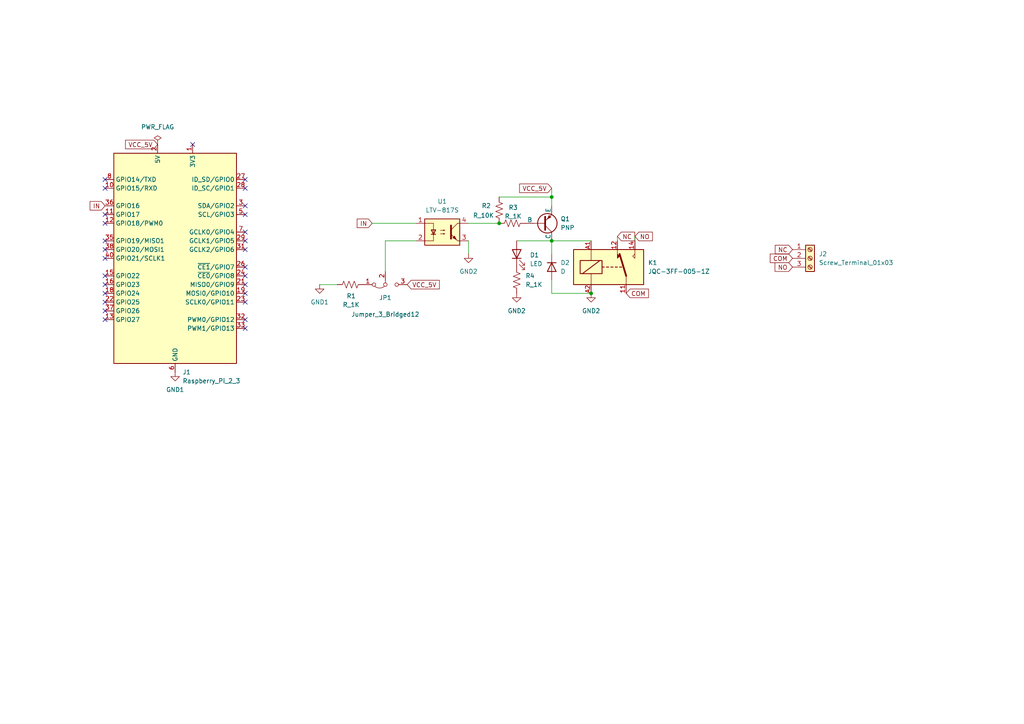
<source format=kicad_sch>
(kicad_sch (version 20250114) (generator "eeschema") (generator_version "9.0")
  (paper "A4")
  (lib_symbols
    (symbol "Connector:Raspberry_Pi_2_3"
      (property "Reference" "J" (at -17.78 31.75 0))
      (property "Value" "Raspberry_Pi_2_3" (at 10.16 -31.75 0))
      (symbol "Raspberry_Pi_2_3_0_1"
        (rectangle (start -17.78 30.48) (end 17.78 -30.48) (stroke (width 0.254)) (fill (type background)))
      )
      (symbol "Raspberry_Pi_2_3_1_1"
        (pin bidirectional line (at -20.32 22.86 0) (length 2.54) (name "GPIO14/TXD") (number "8"))
        (pin bidirectional line (at -20.32 20.32 0) (length 2.54) (name "GPIO15/RXD") (number "10"))
        (pin bidirectional line (at -20.32 15.24 0) (length 2.54) (name "GPIO16") (number "36"))
        (pin bidirectional line (at -20.32 12.7 0) (length 2.54) (name "GPIO17") (number "11"))
        (pin bidirectional line (at -20.32 10.16 0) (length 2.54) (name "GPIO18/PWM0") (number "12"))
        (pin bidirectional line (at -20.32 5.08 0) (length 2.54) (name "GPIO19/MISO1") (number "35"))
        (pin bidirectional line (at -20.32 2.54 0) (length 2.54) (name "GPIO20/MOSI1") (number "38"))
        (pin bidirectional line (at -20.32 0 0) (length 2.54) (name "GPIO21/SCLK1") (number "40"))
        (pin bidirectional line (at -20.32 -5.08 0) (length 2.54) (name "GPIO22") (number "15"))
        (pin bidirectional line (at -20.32 -7.62 0) (length 2.54) (name "GPIO23") (number "16"))
        (pin bidirectional line (at -20.32 -10.16 0) (length 2.54) (name "GPIO24") (number "18"))
        (pin bidirectional line (at -20.32 -12.7 0) (length 2.54) (name "GPIO25") (number "22"))
        (pin bidirectional line (at -20.32 -15.24 0) (length 2.54) (name "GPIO26") (number "37"))
        (pin bidirectional line (at -20.32 -17.78 0) (length 2.54) (name "GPIO27") (number "13"))
        (pin power_in line (at -5.08 33.02 270) (length 2.54) (name "5V") (number "2"))
        (pin passive line (at -5.08 33.02 270) (length 2.54) (hide yes) (name "5V") (number "4"))
        (pin passive line (at 0 -33.02 90) (length 2.54) (hide yes) (name "GND") (number "14"))
        (pin passive line (at 0 -33.02 90) (length 2.54) (hide yes) (name "GND") (number "20"))
        (pin passive line (at 0 -33.02 90) (length 2.54) (hide yes) (name "GND") (number "25"))
        (pin passive line (at 0 -33.02 90) (length 2.54) (hide yes) (name "GND") (number "30"))
        (pin passive line (at 0 -33.02 90) (length 2.54) (hide yes) (name "GND") (number "34"))
        (pin passive line (at 0 -33.02 90) (length 2.54) (hide yes) (name "GND") (number "39"))
        (pin power_in line (at 0 -33.02 90) (length 2.54) (name "GND") (number "6"))
        (pin passive line (at 0 -33.02 90) (length 2.54) (hide yes) (name "GND") (number "9"))
        (pin power_in line (at 5.08 33.02 270) (length 2.54) (name "3V3") (number "1"))
        (pin passive line (at 5.08 33.02 270) (length 2.54) (hide yes) (name "3V3") (number "17"))
        (pin bidirectional line (at 20.32 22.86 180) (length 2.54) (name "ID_SD/GPIO0") (number "27"))
        (pin bidirectional line (at 20.32 20.32 180) (length 2.54) (name "ID_SC/GPIO1") (number "28"))
        (pin bidirectional line (at 20.32 15.24 180) (length 2.54) (name "SDA/GPIO2") (number "3"))
        (pin bidirectional line (at 20.32 12.7 180) (length 2.54) (name "SCL/GPIO3") (number "5"))
        (pin bidirectional line (at 20.32 7.62 180) (length 2.54) (name "GCLK0/GPIO4") (number "7"))
        (pin bidirectional line (at 20.32 5.08 180) (length 2.54) (name "GCLK1/GPIO5") (number "29"))
        (pin bidirectional line (at 20.32 2.54 180) (length 2.54) (name "GCLK2/GPIO6") (number "31"))
        (pin bidirectional line (at 20.32 -2.54 180) (length 2.54) (name "~{CE1}/GPIO7") (number "26"))
        (pin bidirectional line (at 20.32 -5.08 180) (length 2.54) (name "~{CE0}/GPIO8") (number "24"))
        (pin bidirectional line (at 20.32 -7.62 180) (length 2.54) (name "MISO0/GPIO9") (number "21"))
        (pin bidirectional line (at 20.32 -10.16 180) (length 2.54) (name "MOSI0/GPIO10") (number "19"))
        (pin bidirectional line (at 20.32 -12.7 180) (length 2.54) (name "SCLK0/GPIO11") (number "23"))
        (pin bidirectional line (at 20.32 -17.78 180) (length 2.54) (name "PWM0/GPIO12") (number "32"))
        (pin bidirectional line (at 20.32 -20.32 180) (length 2.54) (name "PWM1/GPIO13") (number "33"))
      )
    )
    (symbol "Connector:Screw_Terminal_01x03" (pin_names (offset 1.016) (hide yes))
      (property "Reference" "J" (at 0 5.08 0))
      (property "Value" "Screw_Terminal_01x03" (at 0 -5.08 0))
      (symbol "Screw_Terminal_01x03_1_1"
        (rectangle (start -1.27 3.81) (end 1.27 -3.81) (stroke (width 0.254)) (fill (type background)))
        (polyline (pts (xy -0.5334 2.8702) (xy 0.3302 2.032)) (stroke (width 0.1524)))
        (polyline (pts (xy -0.5334 0.3302) (xy 0.3302 -0.508)) (stroke (width 0.1524)))
        (polyline (pts (xy -0.5334 -2.2098) (xy 0.3302 -3.048)) (stroke (width 0.1524)))
        (polyline (pts (xy -0.3556 3.048) (xy 0.508 2.2098)) (stroke (width 0.1524)))
        (polyline (pts (xy -0.3556 0.508) (xy 0.508 -0.3302)) (stroke (width 0.1524)))
        (polyline (pts (xy -0.3556 -2.032) (xy 0.508 -2.8702)) (stroke (width 0.1524)))
        (circle (center 0 2.54) (radius 0.635) (stroke (width 0.1524)))
        (circle (center 0 0) (radius 0.635) (stroke (width 0.1524)))
        (circle (center 0 -2.54) (radius 0.635) (stroke (width 0.1524)))
        (pin passive line (at -5.08 2.54 0) (length 3.81) (name "Pin_1") (number "1"))
        (pin passive line (at -5.08 0 0) (length 3.81) (name "Pin_2") (number "2"))
        (pin passive line (at -5.08 -2.54 0) (length 3.81) (name "Pin_3") (number "3"))
      )
    )
    (symbol "Device:D" (pin_numbers (hide yes)) (pin_names (offset 1.016) (hide yes))
      (property "Reference" "D" (at 0 2.54 0))
      (property "Value" "D" (at 0 -2.54 0))
      (symbol "D_0_1"
        (polyline (pts (xy -1.27 1.27) (xy -1.27 -1.27)) (stroke (width 0.254)))
        (polyline (pts (xy 1.27 1.27) (xy 1.27 -1.27) (xy -1.27 0) (xy 1.27 1.27)) (stroke (width 0.254)))
        (polyline (pts (xy 1.27 0) (xy -1.27 0)))
      )
      (symbol "D_1_1"
        (pin passive line (at -3.81 0 0) (length 2.54) (name "K") (number "1"))
        (pin passive line (at 3.81 0 180) (length 2.54) (name "A") (number "2"))
      )
    )
    (symbol "Device:LED" (pin_numbers (hide yes)) (pin_names (offset 1.016) (hide yes))
      (property "Reference" "D" (at 0 2.54 0))
      (property "Value" "LED" (at 0 -2.54 0))
      (symbol "LED_0_1"
        (polyline (pts (xy -3.048 -0.762) (xy -4.572 -2.286) (xy -3.81 -2.286) (xy -4.572 -2.286) (xy -4.572 -1.524)))
        (polyline (pts (xy -1.778 -0.762) (xy -3.302 -2.286) (xy -2.54 -2.286) (xy -3.302 -2.286) (xy -3.302 -1.524)))
        (polyline (pts (xy -1.27 0) (xy 1.27 0)))
        (polyline (pts (xy -1.27 -1.27) (xy -1.27 1.27)) (stroke (width 0.254)))
        (polyline (pts (xy 1.27 -1.27) (xy 1.27 1.27) (xy -1.27 0) (xy 1.27 -1.27)) (stroke (width 0.254)))
      )
      (symbol "LED_1_1"
        (pin passive line (at -3.81 0 0) (length 2.54) (name "K") (number "1"))
        (pin passive line (at 3.81 0 180) (length 2.54) (name "A") (number "2"))
      )
    )
    (symbol "Device:R_US" (pin_numbers (hide yes)) (pin_names (offset 0))
      (property "Reference" "R" (at 2.54 0 90))
      (property "Value" "R_US" (at -2.54 0 90))
      (symbol "R_US_0_1"
        (polyline (pts (xy 0 2.286) (xy 0 2.54)))
        (polyline (pts (xy 0 2.286) (xy 1.016 1.905) (xy 0 1.524) (xy -1.016 1.143) (xy 0 0.762)))
        (polyline (pts (xy 0 0.762) (xy 1.016 0.381) (xy 0 0) (xy -1.016 -0.381) (xy 0 -0.762)))
        (polyline (pts (xy 0 -0.762) (xy 1.016 -1.143) (xy 0 -1.524) (xy -1.016 -1.905) (xy 0 -2.286)))
        (polyline (pts (xy 0 -2.286) (xy 0 -2.54)))
      )
      (symbol "R_US_1_1"
        (pin passive line (at 0 3.81 270) (length 1.27) (name "~") (number "1"))
        (pin passive line (at 0 -3.81 90) (length 1.27) (name "~") (number "2"))
      )
    )
    (symbol "Isolator:LTV-817S" (pin_names (offset 1.016))
      (property "Reference" "U" (at -3.81 5.08 0))
      (property "Value" "LTV-817S" (at 0 -5.08 0))
      (symbol "LTV-817S_1_1"
        (rectangle (start -5.08 3.81) (end 5.08 -3.81) (stroke (width 0.254)) (fill (type background)))
        (polyline (pts (xy -5.08 2.54) (xy -2.54 2.54) (xy -2.54 -0.762)))
        (polyline (pts (xy -3.175 -0.635) (xy -1.905 -0.635)) (stroke (width 0.254)))
        (polyline (pts (xy -2.54 -0.635) (xy -2.54 -2.54) (xy -5.08 -2.54)))
        (polyline (pts (xy -2.54 -0.635) (xy -3.175 0.635) (xy -1.905 0.635) (xy -2.54 -0.635)) (stroke (width 0.254)))
        (polyline (pts (xy -0.508 0.508) (xy 0.762 0.508) (xy 0.381 0.381) (xy 0.381 0.635) (xy 0.762 0.508)))
        (polyline (pts (xy -0.508 -0.508) (xy 0.762 -0.508) (xy 0.381 -0.635) (xy 0.381 -0.381) (xy 0.762 -0.508)))
        (polyline (pts (xy 2.54 1.905) (xy 2.54 -1.905) (xy 2.54 -1.905)) (stroke (width 0.508)))
        (polyline (pts (xy 2.54 0.635) (xy 4.445 2.54)))
        (polyline (pts (xy 3.048 -1.651) (xy 3.556 -1.143) (xy 4.064 -2.159) (xy 3.048 -1.651) (xy 3.048 -1.651)) (fill (type outline)))
        (polyline (pts (xy 4.445 2.54) (xy 5.08 2.54)))
        (polyline (pts (xy 4.445 -2.54) (xy 2.54 -0.635)) (fill (type outline)))
        (polyline (pts (xy 4.445 -2.54) (xy 5.08 -2.54)))
        (pin passive line (at -7.62 2.54 0) (length 2.54) (name "~") (number "1"))
        (pin passive line (at -7.62 -2.54 0) (length 2.54) (name "~") (number "2"))
        (pin passive line (at 7.62 2.54 180) (length 2.54) (name "~") (number "4"))
        (pin passive line (at 7.62 -2.54 180) (length 2.54) (name "~") (number "3"))
      )
    )
    (symbol "Jumper:Jumper_3_Bridged12" (pin_names (offset 0) (hide yes)) (in_bom no)
      (property "Reference" "JP" (at -2.54 -2.54 0))
      (property "Value" "Jumper_3_Bridged12" (at 0 2.794 0))
      (symbol "Jumper_3_Bridged12_0_0"
        (circle (center -3.302 0) (radius 0.508))
        (circle (center 0 0) (radius 0.508))
        (circle (center 3.302 0) (radius 0.508))
      )
      (symbol "Jumper_3_Bridged12_0_1"
        (arc (start -3.048 0.508) (mid -1.651 0.9912) (end -0.254 0.508))
        (polyline (pts (xy 0 -1.27) (xy 0 -0.508)))
      )
      (symbol "Jumper_3_Bridged12_1_1"
        (pin passive line (at -6.35 0 0) (length 2.54) (name "A") (number "1"))
        (pin passive line (at 0 -3.81 90) (length 2.54) (name "C") (number "2"))
        (pin passive line (at 6.35 0 180) (length 2.54) (name "B") (number "3"))
      )
    )
    (symbol "Relay:JQC-3FF-005-1Z"
      (property "Reference" "K" (at 11.43 3.81 0))
      (property "Value" "JQC-3FF-005-1Z" (at 11.43 1.27 0))
      (symbol "JQC-3FF-005-1Z_0_0"
        (polyline (pts (xy 7.62 5.08) (xy 7.62 2.54) (xy 6.985 3.175) (xy 7.62 3.81)))
      )
      (symbol "JQC-3FF-005-1Z_0_1"
        (rectangle (start -10.16 5.08) (end 10.16 -5.08) (stroke (width 0.254)) (fill (type background)))
        (rectangle (start -8.255 1.905) (end -1.905 -1.905) (stroke (width 0.254)))
        (polyline (pts (xy -7.62 -1.905) (xy -2.54 1.905)) (stroke (width 0.254)))
        (polyline (pts (xy -5.08 5.08) (xy -5.08 1.905)))
        (polyline (pts (xy -5.08 -5.08) (xy -5.08 -1.905)))
        (polyline (pts (xy -1.905 0) (xy -1.27 0)) (stroke (width 0.254)))
        (polyline (pts (xy -0.635 0) (xy 0 0)) (stroke (width 0.254)))
        (polyline (pts (xy 0.635 0) (xy 1.27 0)) (stroke (width 0.254)))
        (polyline (pts (xy 1.905 0) (xy 2.54 0)) (stroke (width 0.254)))
        (polyline (pts (xy 2.54 5.08) (xy 2.54 2.54) (xy 3.175 3.175) (xy 2.54 3.81)) (fill (type outline)))
        (polyline (pts (xy 3.175 0) (xy 3.81 0)) (stroke (width 0.254)))
        (polyline (pts (xy 5.08 -2.54) (xy 3.175 3.81)) (stroke (width 0.508)))
        (polyline (pts (xy 5.08 -2.54) (xy 5.08 -5.08)))
      )
      (symbol "JQC-3FF-005-1Z_1_1"
        (pin passive line (at -5.08 7.62 270) (length 2.54) (name "~") (number "A1"))
        (pin passive line (at -5.08 -7.62 90) (length 2.54) (name "~") (number "A2"))
        (pin passive line (at 2.54 7.62 270) (length 2.54) (name "~") (number "12"))
        (pin passive line (at 5.08 -7.62 90) (length 2.54) (name "~") (number "11"))
        (pin passive line (at 7.62 7.62 270) (length 2.54) (name "~") (number "14"))
      )
    )
    (symbol "Simulation_SPICE:PNP" (pin_numbers (hide yes)) (pin_names (offset 0))
      (property "Reference" "Q" (at -2.54 7.62 0))
      (property "Value" "PNP" (at -2.54 5.08 0))
      (symbol "PNP_0_1"
        (polyline (pts (xy -2.54 0) (xy 0.635 0)) (stroke (width 0.1524)))
        (polyline (pts (xy 0.635 1.905) (xy 0.635 -1.905) (xy 0.635 -1.905)) (stroke (width 0.508)))
        (polyline (pts (xy 0.635 0.635) (xy 2.54 2.54)))
        (polyline (pts (xy 0.635 -0.635) (xy 2.54 -2.54) (xy 2.54 -2.54)))
        (circle (center 1.27 0) (radius 2.8194) (stroke (width 0.254)))
        (polyline (pts (xy 2.286 -1.778) (xy 1.778 -2.286) (xy 1.27 -1.27) (xy 2.286 -1.778) (xy 2.286 -1.778)) (fill (type outline)))
      )
      (symbol "PNP_1_1"
        (pin input line (at -5.08 0 0) (length 2.54) (name "B") (number "2"))
        (pin open_collector line (at 2.54 5.08 270) (length 2.54) (name "C") (number "1"))
        (pin open_emitter line (at 2.54 -5.08 90) (length 2.54) (name "E") (number "3"))
      )
    )
    (symbol "power:GND1" (power) (pin_numbers (hide yes)) (pin_names (offset 0) (hide yes))
      (property "Value" "GND1" (at 0 -3.81 0))
      (symbol "GND1_0_1"
        (polyline (pts (xy 0 0) (xy 0 -1.27) (xy 1.27 -1.27) (xy 0 -2.54) (xy -1.27 -1.27) (xy 0 -1.27)))
      )
      (symbol "GND1_1_1"
        (pin power_in line (at 0 0 270) (length 0) (name "~") (number "1"))
      )
    )
    (symbol "power:GND2" (power) (pin_numbers (hide yes)) (pin_names (offset 0) (hide yes))
      (property "Value" "GND2" (at 0 -3.81 0))
      (symbol "GND2_0_1"
        (polyline (pts (xy 0 0) (xy 0 -1.27) (xy 1.27 -1.27) (xy 0 -2.54) (xy -1.27 -1.27) (xy 0 -1.27)))
      )
      (symbol "GND2_1_1"
        (pin power_in line (at 0 0 270) (length 0) (name "~") (number "1"))
      )
    )
    (symbol "power:PWR_FLAG" (power) (pin_numbers (hide yes)) (pin_names (offset 0) (hide yes))
      (property "Value" "PWR_FLAG" (at 0 3.81 0))
      (symbol "PWR_FLAG_0_0"
        (pin power_out line (at 0 0 90) (length 0) (name "~") (number "1"))
      )
      (symbol "PWR_FLAG_0_1"
        (polyline (pts (xy 0 0) (xy 0 1.27) (xy -1.016 1.905) (xy 0 2.54) (xy 1.016 1.905) (xy 0 1.27)))
      )
    )
  )
  (junction (at 144.78 64.77))
  (junction (at 160.02 57.15))
  (junction (at 160.02 69.85))
  (junction (at 171.45 85.09))
  (no_connect (at 30.48 90.17))
  (no_connect (at 71.12 54.61))
  (no_connect (at 55.88 41.91))
  (no_connect (at 30.48 85.09))
  (no_connect (at 30.48 82.55))
  (no_connect (at 30.48 72.39))
  (no_connect (at 30.48 80.01))
  (no_connect (at 30.48 74.93))
  (no_connect (at 71.12 72.39))
  (no_connect (at 71.12 52.07))
  (no_connect (at 30.48 92.71))
  (no_connect (at 30.48 69.85))
  (no_connect (at 71.12 82.55))
  (no_connect (at 71.12 85.09))
  (no_connect (at 30.48 87.63))
  (no_connect (at 30.48 52.07))
  (no_connect (at 71.12 62.23))
  (no_connect (at 71.12 59.69))
  (no_connect (at 71.12 67.31))
  (no_connect (at 71.12 77.47))
  (no_connect (at 71.12 69.85))
  (no_connect (at 71.12 80.01))
  (no_connect (at 71.12 87.63))
  (no_connect (at 30.48 62.23))
  (no_connect (at 30.48 64.77))
  (no_connect (at 30.48 54.61))
  (no_connect (at 71.12 95.25))
  (no_connect (at 71.12 92.71))
  (wire (pts (xy 184.15 68.58) (xy 184.15 69.85)))
  (wire (pts (xy 171.45 69.85) (xy 160.02 69.85)))
  (wire (pts (xy 160.02 85.09) (xy 160.02 81.28)))
  (wire (pts (xy 160.02 54.61) (xy 160.02 57.15)))
  (wire (pts (xy 160.02 69.85) (xy 160.02 73.66)))
  (wire (pts (xy 160.02 85.09) (xy 171.45 85.09)))
  (wire (pts (xy 111.76 69.85) (xy 111.76 78.74)))
  (wire (pts (xy 160.02 57.15) (xy 160.02 59.69)))
  (wire (pts (xy 107.95 64.77) (xy 120.65 64.77)))
  (wire (pts (xy 144.78 57.15) (xy 160.02 57.15)))
  (wire (pts (xy 120.65 69.85) (xy 111.76 69.85)))
  (wire (pts (xy 135.89 64.77) (xy 144.78 64.77)))
  (wire (pts (xy 149.86 69.85) (xy 160.02 69.85)))
  (wire (pts (xy 92.71 82.55) (xy 97.79 82.55)))
  (wire (pts (xy 179.07 68.58) (xy 179.07 69.85)))
  (wire (pts (xy 135.89 73.66) (xy 135.89 69.85)))
  (global_label "IN" (shape input) (at 30.48 59.69 180) (property "Intersheetrefs" "${INTERSHEET_REFS}" (effects (hide yes))))
  (global_label "COM" (shape input) (at 181.61 85.09 0) (property "Intersheetrefs" "${INTERSHEET_REFS}" (effects (hide yes))))
  (global_label "NO" (shape input) (at 184.15 68.58 0) (property "Intersheetrefs" "${INTERSHEET_REFS}" (effects (hide yes))))
  (global_label "IN" (shape input) (at 107.95 64.77 180) (property "Intersheetrefs" "${INTERSHEET_REFS}" (effects (hide yes))))
  (global_label "VCC_5V" (shape input) (at 160.02 54.61 180) (property "Intersheetrefs" "${INTERSHEET_REFS}" (effects (hide yes))))
  (global_label "COM" (shape input) (at 229.87 74.93 180) (property "Intersheetrefs" "${INTERSHEET_REFS}" (effects (hide yes))))
  (global_label "NC" (shape input) (at 229.87 72.39 180) (property "Intersheetrefs" "${INTERSHEET_REFS}" (effects (hide yes))))
  (global_label "VCC_5V" (shape input) (at 118.11 82.55 0) (property "Intersheetrefs" "${INTERSHEET_REFS}" (effects (hide yes))))
  (global_label "NO" (shape input) (at 229.87 77.47 180) (property "Intersheetrefs" "${INTERSHEET_REFS}" (effects (hide yes))))
  (global_label "VCC_5V" (shape input) (at 45.72 41.91 180) (property "Intersheetrefs" "${INTERSHEET_REFS}" (effects (hide yes))))
  (global_label "NC" (shape input) (at 179.07 68.58 0) (property "Intersheetrefs" "${INTERSHEET_REFS}" (effects (hide yes))))
  (symbol (lib_id "power:GND2") (at 135.89 73.66 0) (unit 1)
    (property "Reference" "#PWR03" (effects (hide yes)))
    (property "Value" "GND2" (at 135.89 78.74 0))
    (property "Description" "Power symbol creates a global label with name \"GND2\" , ground" (effects (hide yes)))
  )
  (symbol (lib_id "power:PWR_FLAG") (at 45.72 41.91 0) (unit 1)
    (property "Reference" "#FLG01" (effects (hide yes)))
    (property "Value" "PWR_FLAG" (at 45.72 36.83 0))
    (property "Description" "Special symbol for telling ERC where power comes from" (effects (hide yes)))
  )
  (symbol (lib_id "Isolator:LTV-817S") (at 128.27 67.31 0) (unit 1)
    (property "Reference" "U1" (at 128.27 58.42 0))
    (property "Value" "LTV-817S" (at 128.27 60.96 0))
    (property "Footprint" "Package_DIP:SMDIP-4_W9.53mm" (effects (hide yes)))
    (property "Datasheet" "http://www.us.liteon.com/downloads/LTV-817-827-847.PDF" (effects (hide yes)))
    (property "Description" "DC Optocoupler, Vce 35V, CTR 50%, SMDIP-4" (effects (hide yes)))
  )
  (symbol (lib_id "Jumper:Jumper_3_Bridged12") (at 111.76 82.55 0) (mirror x) (unit 1) (in_bom no)
    (property "Reference" "JP1" (at 111.76 86.36 0))
    (property "Value" "Jumper_3_Bridged12" (at 111.76 91.186 0))
    (property "Description" "Jumper, 3-pole, pins 1+2 closed/bridged" (effects (hide yes)))
  )
  (symbol (lib_id "power:GND1") (at 92.71 82.55 0) (unit 1)
    (property "Reference" "#PWR02" (effects (hide yes)))
    (property "Value" "GND1" (at 92.71 87.63 0))
    (property "Description" "Power symbol creates a global label with name \"GND1\" , ground" (effects (hide yes)))
  )
  (symbol (lib_id "Device:R_US") (at 149.86 81.28 0) (unit 1)
    (property "Reference" "R4" (at 152.4 80.0099 0) (effects (justify left)))
    (property "Value" "R_1K" (at 152.4 82.5499 0) (effects (justify left)))
    (property "Description" "Resistor, US symbol" (effects (hide yes)))
  )
  (symbol (lib_id "power:GND1") (at 50.8 107.95 0) (unit 1)
    (property "Reference" "#PWR01" (effects (hide yes)))
    (property "Value" "GND1" (at 50.8 113.03 0))
    (property "Description" "Power symbol creates a global label with name \"GND1\" , ground" (effects (hide yes)))
  )
  (symbol (lib_id "Device:R_US") (at 144.78 60.96 0) (unit 1)
    (property "Reference" "R2" (at 139.7 59.69 0) (effects (justify left)))
    (property "Value" "R_10K" (at 137.16 62.484 0) (effects (justify left)))
    (property "Description" "Resistor, US symbol" (effects (hide yes)))
  )
  (symbol (lib_id "Device:R_US") (at 148.59 64.77 90) (unit 1)
    (property "Reference" "R3" (at 148.844 60.198 90))
    (property "Value" "R_1K" (at 148.844 62.738 90))
    (property "Description" "Resistor, US symbol" (effects (hide yes)))
  )
  (symbol (lib_id "power:GND2") (at 149.86 85.09 0) (unit 1)
    (property "Reference" "#PWR04" (effects (hide yes)))
    (property "Value" "GND2" (at 149.86 90.17 0))
    (property "Description" "Power symbol creates a global label with name \"GND2\" , ground" (effects (hide yes)))
  )
  (symbol (lib_id "power:GND2") (at 171.45 85.09 0) (unit 1)
    (property "Reference" "#PWR05" (effects (hide yes)))
    (property "Value" "GND2" (at 171.45 90.17 0))
    (property "Description" "Power symbol creates a global label with name \"GND2\" , ground" (effects (hide yes)))
  )
  (symbol (lib_id "Connector:Screw_Terminal_01x03") (at 234.95 74.93 0) (unit 1)
    (property "Reference" "J2" (at 237.49 73.6599 0) (effects (justify left)))
    (property "Value" "Screw_Terminal_01x03" (at 237.49 76.1999 0) (effects (justify left)))
    (property "Description" "Generic screw terminal, single row, 01x03, script generated (kicad-library-utils/schlib/autogen/connector/)" (effects (hide yes)))
  )
  (symbol (lib_id "Device:R_US") (at 101.6 82.55 90) (unit 1)
    (property "Reference" "R1" (at 101.854 85.852 90))
    (property "Value" "R_1K" (at 101.854 88.392 90))
    (property "Description" "Resistor, US symbol" (effects (hide yes)))
  )
  (symbol (lib_id "Simulation_SPICE:PNP") (at 157.48 64.77 0) (mirror x) (unit 1)
    (property "Reference" "Q1" (at 162.56 63.4999 0) (effects (justify left)))
    (property "Value" "PNP" (at 162.56 66.0399 0) (effects (justify left)))
    (property "Datasheet" "https://ngspice.sourceforge.io/docs/ngspice-html-manual/manual.xhtml#cha_BJTs" (effects (hide yes)))
    (property "Description" "Bipolar transistor symbol for simulation only, substrate tied to the emitter" (effects (hide yes)))
    (property "Sim.Device" "PNP" (effects (hide yes)))
    (property "Sim.Type" "GUMMELPOON" (effects (hide yes)))
    (property "Sim.Pins" "1=C 2=B 3=E" (effects (hide yes)))
  )
  (symbol (lib_id "Device:LED") (at 149.86 73.66 90) (unit 1)
    (property "Reference" "D1" (at 153.67 73.9774 90) (effects (justify right)))
    (property "Value" "LED" (at 153.67 76.5174 90) (effects (justify right)))
    (property "Description" "Light emitting diode" (effects (hide yes)))
    (property "Sim.Pins" "1=K 2=A" (effects (hide yes)))
  )
  (symbol (lib_id "Device:D") (at 160.02 77.47 270) (unit 1)
    (property "Reference" "D2" (at 162.56 76.1999 90) (effects (justify left)))
    (property "Value" "D" (at 162.56 78.7399 90) (effects (justify left)))
    (property "Description" "Diode" (effects (hide yes)))
    (property "Sim.Device" "D" (effects (hide yes)))
    (property "Sim.Pins" "1=K 2=A" (effects (hide yes)))
  )
  (symbol (lib_id "Relay:JQC-3FF-005-1Z") (at 176.53 77.47 0) (unit 1)
    (property "Reference" "K1" (at 187.96 76.1999 0) (effects (justify left)))
    (property "Value" "JQC-3FF-005-1Z" (at 187.96 78.7399 0) (effects (justify left)))
    (property "Footprint" "Relay_THT:Relay_SPDT_Hongfa_JQC-3FF_0XX-1Z" (effects (hide yes)))
    (property "Datasheet" "https://www.digikey.com/htmldatasheets/production/2071105/0/0/1/JQC-3FF.pdf" (effects (hide yes)))
    (property "Description" "Subminiature High Power SPDT Relay, 5V Coil nom. 0.36W, 10A switching current, max 10A@277VAC/28VDC" (effects (hide yes)))
  )
  (symbol (lib_id "Connector:Raspberry_Pi_2_3") (at 50.8 74.93 0) (unit 1)
    (property "Reference" "J1" (at 52.9433 107.95 0) (effects (justify left)))
    (property "Value" "Raspberry_Pi_2_3" (at 52.9433 110.49 0) (effects (justify left)))
    (property "Datasheet" "https://www.raspberrypi.org/documentation/hardware/raspberrypi/schematics/rpi_SCH_3bplus_1p0_reduced.pdf" (effects (hide yes)))
    (property "Description" "expansion header for Raspberry Pi 2 & 3" (effects (hide yes)))
  )
)
</source>
